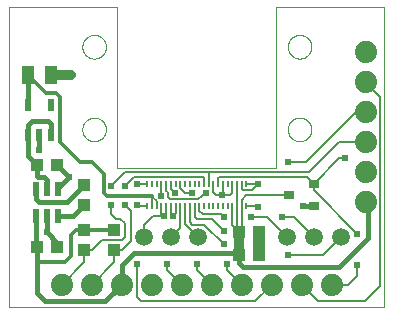
<source format=gtl>
G75*
%MOIN*%
%OFA0B0*%
%FSLAX25Y25*%
%IPPOS*%
%LPD*%
%AMOC8*
5,1,8,0,0,1.08239X$1,22.5*
%
%ADD10C,0.00000*%
%ADD11R,0.04331X0.03937*%
%ADD12R,0.03937X0.04331*%
%ADD13R,0.04331X0.06299*%
%ADD14R,0.00866X0.02362*%
%ADD15R,0.03543X0.03150*%
%ADD16R,0.02362X0.04724*%
%ADD17R,0.02165X0.03937*%
%ADD18C,0.07400*%
%ADD19C,0.05906*%
%ADD20C,0.00800*%
%ADD21C,0.02381*%
%ADD22C,0.01600*%
%ADD23C,0.01200*%
%ADD24C,0.03200*%
%ADD25C,0.04000*%
D10*
X0001643Y0001500D02*
X0001643Y0101500D01*
X0037643Y0101500D01*
X0037643Y0048000D01*
X0090643Y0048000D01*
X0090643Y0101500D01*
X0126643Y0101500D01*
X0126643Y0001500D01*
X0001643Y0001500D01*
X0025956Y0060850D02*
X0025958Y0060975D01*
X0025964Y0061100D01*
X0025974Y0061224D01*
X0025988Y0061348D01*
X0026005Y0061472D01*
X0026027Y0061595D01*
X0026053Y0061717D01*
X0026082Y0061839D01*
X0026115Y0061959D01*
X0026153Y0062078D01*
X0026193Y0062197D01*
X0026238Y0062313D01*
X0026286Y0062428D01*
X0026338Y0062542D01*
X0026394Y0062654D01*
X0026453Y0062764D01*
X0026515Y0062872D01*
X0026581Y0062979D01*
X0026650Y0063083D01*
X0026723Y0063184D01*
X0026798Y0063284D01*
X0026877Y0063381D01*
X0026959Y0063475D01*
X0027044Y0063567D01*
X0027131Y0063656D01*
X0027222Y0063742D01*
X0027315Y0063825D01*
X0027411Y0063906D01*
X0027509Y0063983D01*
X0027609Y0064057D01*
X0027712Y0064128D01*
X0027817Y0064195D01*
X0027925Y0064260D01*
X0028034Y0064320D01*
X0028145Y0064378D01*
X0028258Y0064431D01*
X0028372Y0064481D01*
X0028488Y0064528D01*
X0028605Y0064570D01*
X0028724Y0064609D01*
X0028844Y0064645D01*
X0028965Y0064676D01*
X0029087Y0064704D01*
X0029209Y0064727D01*
X0029333Y0064747D01*
X0029457Y0064763D01*
X0029581Y0064775D01*
X0029706Y0064783D01*
X0029831Y0064787D01*
X0029955Y0064787D01*
X0030080Y0064783D01*
X0030205Y0064775D01*
X0030329Y0064763D01*
X0030453Y0064747D01*
X0030577Y0064727D01*
X0030699Y0064704D01*
X0030821Y0064676D01*
X0030942Y0064645D01*
X0031062Y0064609D01*
X0031181Y0064570D01*
X0031298Y0064528D01*
X0031414Y0064481D01*
X0031528Y0064431D01*
X0031641Y0064378D01*
X0031752Y0064320D01*
X0031862Y0064260D01*
X0031969Y0064195D01*
X0032074Y0064128D01*
X0032177Y0064057D01*
X0032277Y0063983D01*
X0032375Y0063906D01*
X0032471Y0063825D01*
X0032564Y0063742D01*
X0032655Y0063656D01*
X0032742Y0063567D01*
X0032827Y0063475D01*
X0032909Y0063381D01*
X0032988Y0063284D01*
X0033063Y0063184D01*
X0033136Y0063083D01*
X0033205Y0062979D01*
X0033271Y0062872D01*
X0033333Y0062764D01*
X0033392Y0062654D01*
X0033448Y0062542D01*
X0033500Y0062428D01*
X0033548Y0062313D01*
X0033593Y0062197D01*
X0033633Y0062078D01*
X0033671Y0061959D01*
X0033704Y0061839D01*
X0033733Y0061717D01*
X0033759Y0061595D01*
X0033781Y0061472D01*
X0033798Y0061348D01*
X0033812Y0061224D01*
X0033822Y0061100D01*
X0033828Y0060975D01*
X0033830Y0060850D01*
X0033828Y0060725D01*
X0033822Y0060600D01*
X0033812Y0060476D01*
X0033798Y0060352D01*
X0033781Y0060228D01*
X0033759Y0060105D01*
X0033733Y0059983D01*
X0033704Y0059861D01*
X0033671Y0059741D01*
X0033633Y0059622D01*
X0033593Y0059503D01*
X0033548Y0059387D01*
X0033500Y0059272D01*
X0033448Y0059158D01*
X0033392Y0059046D01*
X0033333Y0058936D01*
X0033271Y0058828D01*
X0033205Y0058721D01*
X0033136Y0058617D01*
X0033063Y0058516D01*
X0032988Y0058416D01*
X0032909Y0058319D01*
X0032827Y0058225D01*
X0032742Y0058133D01*
X0032655Y0058044D01*
X0032564Y0057958D01*
X0032471Y0057875D01*
X0032375Y0057794D01*
X0032277Y0057717D01*
X0032177Y0057643D01*
X0032074Y0057572D01*
X0031969Y0057505D01*
X0031861Y0057440D01*
X0031752Y0057380D01*
X0031641Y0057322D01*
X0031528Y0057269D01*
X0031414Y0057219D01*
X0031298Y0057172D01*
X0031181Y0057130D01*
X0031062Y0057091D01*
X0030942Y0057055D01*
X0030821Y0057024D01*
X0030699Y0056996D01*
X0030577Y0056973D01*
X0030453Y0056953D01*
X0030329Y0056937D01*
X0030205Y0056925D01*
X0030080Y0056917D01*
X0029955Y0056913D01*
X0029831Y0056913D01*
X0029706Y0056917D01*
X0029581Y0056925D01*
X0029457Y0056937D01*
X0029333Y0056953D01*
X0029209Y0056973D01*
X0029087Y0056996D01*
X0028965Y0057024D01*
X0028844Y0057055D01*
X0028724Y0057091D01*
X0028605Y0057130D01*
X0028488Y0057172D01*
X0028372Y0057219D01*
X0028258Y0057269D01*
X0028145Y0057322D01*
X0028034Y0057380D01*
X0027924Y0057440D01*
X0027817Y0057505D01*
X0027712Y0057572D01*
X0027609Y0057643D01*
X0027509Y0057717D01*
X0027411Y0057794D01*
X0027315Y0057875D01*
X0027222Y0057958D01*
X0027131Y0058044D01*
X0027044Y0058133D01*
X0026959Y0058225D01*
X0026877Y0058319D01*
X0026798Y0058416D01*
X0026723Y0058516D01*
X0026650Y0058617D01*
X0026581Y0058721D01*
X0026515Y0058828D01*
X0026453Y0058936D01*
X0026394Y0059046D01*
X0026338Y0059158D01*
X0026286Y0059272D01*
X0026238Y0059387D01*
X0026193Y0059503D01*
X0026153Y0059622D01*
X0026115Y0059741D01*
X0026082Y0059861D01*
X0026053Y0059983D01*
X0026027Y0060105D01*
X0026005Y0060228D01*
X0025988Y0060352D01*
X0025974Y0060476D01*
X0025964Y0060600D01*
X0025958Y0060725D01*
X0025956Y0060850D01*
X0025956Y0088410D02*
X0025958Y0088535D01*
X0025964Y0088660D01*
X0025974Y0088784D01*
X0025988Y0088908D01*
X0026005Y0089032D01*
X0026027Y0089155D01*
X0026053Y0089277D01*
X0026082Y0089399D01*
X0026115Y0089519D01*
X0026153Y0089638D01*
X0026193Y0089757D01*
X0026238Y0089873D01*
X0026286Y0089988D01*
X0026338Y0090102D01*
X0026394Y0090214D01*
X0026453Y0090324D01*
X0026515Y0090432D01*
X0026581Y0090539D01*
X0026650Y0090643D01*
X0026723Y0090744D01*
X0026798Y0090844D01*
X0026877Y0090941D01*
X0026959Y0091035D01*
X0027044Y0091127D01*
X0027131Y0091216D01*
X0027222Y0091302D01*
X0027315Y0091385D01*
X0027411Y0091466D01*
X0027509Y0091543D01*
X0027609Y0091617D01*
X0027712Y0091688D01*
X0027817Y0091755D01*
X0027925Y0091820D01*
X0028034Y0091880D01*
X0028145Y0091938D01*
X0028258Y0091991D01*
X0028372Y0092041D01*
X0028488Y0092088D01*
X0028605Y0092130D01*
X0028724Y0092169D01*
X0028844Y0092205D01*
X0028965Y0092236D01*
X0029087Y0092264D01*
X0029209Y0092287D01*
X0029333Y0092307D01*
X0029457Y0092323D01*
X0029581Y0092335D01*
X0029706Y0092343D01*
X0029831Y0092347D01*
X0029955Y0092347D01*
X0030080Y0092343D01*
X0030205Y0092335D01*
X0030329Y0092323D01*
X0030453Y0092307D01*
X0030577Y0092287D01*
X0030699Y0092264D01*
X0030821Y0092236D01*
X0030942Y0092205D01*
X0031062Y0092169D01*
X0031181Y0092130D01*
X0031298Y0092088D01*
X0031414Y0092041D01*
X0031528Y0091991D01*
X0031641Y0091938D01*
X0031752Y0091880D01*
X0031862Y0091820D01*
X0031969Y0091755D01*
X0032074Y0091688D01*
X0032177Y0091617D01*
X0032277Y0091543D01*
X0032375Y0091466D01*
X0032471Y0091385D01*
X0032564Y0091302D01*
X0032655Y0091216D01*
X0032742Y0091127D01*
X0032827Y0091035D01*
X0032909Y0090941D01*
X0032988Y0090844D01*
X0033063Y0090744D01*
X0033136Y0090643D01*
X0033205Y0090539D01*
X0033271Y0090432D01*
X0033333Y0090324D01*
X0033392Y0090214D01*
X0033448Y0090102D01*
X0033500Y0089988D01*
X0033548Y0089873D01*
X0033593Y0089757D01*
X0033633Y0089638D01*
X0033671Y0089519D01*
X0033704Y0089399D01*
X0033733Y0089277D01*
X0033759Y0089155D01*
X0033781Y0089032D01*
X0033798Y0088908D01*
X0033812Y0088784D01*
X0033822Y0088660D01*
X0033828Y0088535D01*
X0033830Y0088410D01*
X0033828Y0088285D01*
X0033822Y0088160D01*
X0033812Y0088036D01*
X0033798Y0087912D01*
X0033781Y0087788D01*
X0033759Y0087665D01*
X0033733Y0087543D01*
X0033704Y0087421D01*
X0033671Y0087301D01*
X0033633Y0087182D01*
X0033593Y0087063D01*
X0033548Y0086947D01*
X0033500Y0086832D01*
X0033448Y0086718D01*
X0033392Y0086606D01*
X0033333Y0086496D01*
X0033271Y0086388D01*
X0033205Y0086281D01*
X0033136Y0086177D01*
X0033063Y0086076D01*
X0032988Y0085976D01*
X0032909Y0085879D01*
X0032827Y0085785D01*
X0032742Y0085693D01*
X0032655Y0085604D01*
X0032564Y0085518D01*
X0032471Y0085435D01*
X0032375Y0085354D01*
X0032277Y0085277D01*
X0032177Y0085203D01*
X0032074Y0085132D01*
X0031969Y0085065D01*
X0031861Y0085000D01*
X0031752Y0084940D01*
X0031641Y0084882D01*
X0031528Y0084829D01*
X0031414Y0084779D01*
X0031298Y0084732D01*
X0031181Y0084690D01*
X0031062Y0084651D01*
X0030942Y0084615D01*
X0030821Y0084584D01*
X0030699Y0084556D01*
X0030577Y0084533D01*
X0030453Y0084513D01*
X0030329Y0084497D01*
X0030205Y0084485D01*
X0030080Y0084477D01*
X0029955Y0084473D01*
X0029831Y0084473D01*
X0029706Y0084477D01*
X0029581Y0084485D01*
X0029457Y0084497D01*
X0029333Y0084513D01*
X0029209Y0084533D01*
X0029087Y0084556D01*
X0028965Y0084584D01*
X0028844Y0084615D01*
X0028724Y0084651D01*
X0028605Y0084690D01*
X0028488Y0084732D01*
X0028372Y0084779D01*
X0028258Y0084829D01*
X0028145Y0084882D01*
X0028034Y0084940D01*
X0027924Y0085000D01*
X0027817Y0085065D01*
X0027712Y0085132D01*
X0027609Y0085203D01*
X0027509Y0085277D01*
X0027411Y0085354D01*
X0027315Y0085435D01*
X0027222Y0085518D01*
X0027131Y0085604D01*
X0027044Y0085693D01*
X0026959Y0085785D01*
X0026877Y0085879D01*
X0026798Y0085976D01*
X0026723Y0086076D01*
X0026650Y0086177D01*
X0026581Y0086281D01*
X0026515Y0086388D01*
X0026453Y0086496D01*
X0026394Y0086606D01*
X0026338Y0086718D01*
X0026286Y0086832D01*
X0026238Y0086947D01*
X0026193Y0087063D01*
X0026153Y0087182D01*
X0026115Y0087301D01*
X0026082Y0087421D01*
X0026053Y0087543D01*
X0026027Y0087665D01*
X0026005Y0087788D01*
X0025988Y0087912D01*
X0025974Y0088036D01*
X0025964Y0088160D01*
X0025958Y0088285D01*
X0025956Y0088410D01*
X0094456Y0088410D02*
X0094458Y0088535D01*
X0094464Y0088660D01*
X0094474Y0088784D01*
X0094488Y0088908D01*
X0094505Y0089032D01*
X0094527Y0089155D01*
X0094553Y0089277D01*
X0094582Y0089399D01*
X0094615Y0089519D01*
X0094653Y0089638D01*
X0094693Y0089757D01*
X0094738Y0089873D01*
X0094786Y0089988D01*
X0094838Y0090102D01*
X0094894Y0090214D01*
X0094953Y0090324D01*
X0095015Y0090432D01*
X0095081Y0090539D01*
X0095150Y0090643D01*
X0095223Y0090744D01*
X0095298Y0090844D01*
X0095377Y0090941D01*
X0095459Y0091035D01*
X0095544Y0091127D01*
X0095631Y0091216D01*
X0095722Y0091302D01*
X0095815Y0091385D01*
X0095911Y0091466D01*
X0096009Y0091543D01*
X0096109Y0091617D01*
X0096212Y0091688D01*
X0096317Y0091755D01*
X0096425Y0091820D01*
X0096534Y0091880D01*
X0096645Y0091938D01*
X0096758Y0091991D01*
X0096872Y0092041D01*
X0096988Y0092088D01*
X0097105Y0092130D01*
X0097224Y0092169D01*
X0097344Y0092205D01*
X0097465Y0092236D01*
X0097587Y0092264D01*
X0097709Y0092287D01*
X0097833Y0092307D01*
X0097957Y0092323D01*
X0098081Y0092335D01*
X0098206Y0092343D01*
X0098331Y0092347D01*
X0098455Y0092347D01*
X0098580Y0092343D01*
X0098705Y0092335D01*
X0098829Y0092323D01*
X0098953Y0092307D01*
X0099077Y0092287D01*
X0099199Y0092264D01*
X0099321Y0092236D01*
X0099442Y0092205D01*
X0099562Y0092169D01*
X0099681Y0092130D01*
X0099798Y0092088D01*
X0099914Y0092041D01*
X0100028Y0091991D01*
X0100141Y0091938D01*
X0100252Y0091880D01*
X0100362Y0091820D01*
X0100469Y0091755D01*
X0100574Y0091688D01*
X0100677Y0091617D01*
X0100777Y0091543D01*
X0100875Y0091466D01*
X0100971Y0091385D01*
X0101064Y0091302D01*
X0101155Y0091216D01*
X0101242Y0091127D01*
X0101327Y0091035D01*
X0101409Y0090941D01*
X0101488Y0090844D01*
X0101563Y0090744D01*
X0101636Y0090643D01*
X0101705Y0090539D01*
X0101771Y0090432D01*
X0101833Y0090324D01*
X0101892Y0090214D01*
X0101948Y0090102D01*
X0102000Y0089988D01*
X0102048Y0089873D01*
X0102093Y0089757D01*
X0102133Y0089638D01*
X0102171Y0089519D01*
X0102204Y0089399D01*
X0102233Y0089277D01*
X0102259Y0089155D01*
X0102281Y0089032D01*
X0102298Y0088908D01*
X0102312Y0088784D01*
X0102322Y0088660D01*
X0102328Y0088535D01*
X0102330Y0088410D01*
X0102328Y0088285D01*
X0102322Y0088160D01*
X0102312Y0088036D01*
X0102298Y0087912D01*
X0102281Y0087788D01*
X0102259Y0087665D01*
X0102233Y0087543D01*
X0102204Y0087421D01*
X0102171Y0087301D01*
X0102133Y0087182D01*
X0102093Y0087063D01*
X0102048Y0086947D01*
X0102000Y0086832D01*
X0101948Y0086718D01*
X0101892Y0086606D01*
X0101833Y0086496D01*
X0101771Y0086388D01*
X0101705Y0086281D01*
X0101636Y0086177D01*
X0101563Y0086076D01*
X0101488Y0085976D01*
X0101409Y0085879D01*
X0101327Y0085785D01*
X0101242Y0085693D01*
X0101155Y0085604D01*
X0101064Y0085518D01*
X0100971Y0085435D01*
X0100875Y0085354D01*
X0100777Y0085277D01*
X0100677Y0085203D01*
X0100574Y0085132D01*
X0100469Y0085065D01*
X0100361Y0085000D01*
X0100252Y0084940D01*
X0100141Y0084882D01*
X0100028Y0084829D01*
X0099914Y0084779D01*
X0099798Y0084732D01*
X0099681Y0084690D01*
X0099562Y0084651D01*
X0099442Y0084615D01*
X0099321Y0084584D01*
X0099199Y0084556D01*
X0099077Y0084533D01*
X0098953Y0084513D01*
X0098829Y0084497D01*
X0098705Y0084485D01*
X0098580Y0084477D01*
X0098455Y0084473D01*
X0098331Y0084473D01*
X0098206Y0084477D01*
X0098081Y0084485D01*
X0097957Y0084497D01*
X0097833Y0084513D01*
X0097709Y0084533D01*
X0097587Y0084556D01*
X0097465Y0084584D01*
X0097344Y0084615D01*
X0097224Y0084651D01*
X0097105Y0084690D01*
X0096988Y0084732D01*
X0096872Y0084779D01*
X0096758Y0084829D01*
X0096645Y0084882D01*
X0096534Y0084940D01*
X0096424Y0085000D01*
X0096317Y0085065D01*
X0096212Y0085132D01*
X0096109Y0085203D01*
X0096009Y0085277D01*
X0095911Y0085354D01*
X0095815Y0085435D01*
X0095722Y0085518D01*
X0095631Y0085604D01*
X0095544Y0085693D01*
X0095459Y0085785D01*
X0095377Y0085879D01*
X0095298Y0085976D01*
X0095223Y0086076D01*
X0095150Y0086177D01*
X0095081Y0086281D01*
X0095015Y0086388D01*
X0094953Y0086496D01*
X0094894Y0086606D01*
X0094838Y0086718D01*
X0094786Y0086832D01*
X0094738Y0086947D01*
X0094693Y0087063D01*
X0094653Y0087182D01*
X0094615Y0087301D01*
X0094582Y0087421D01*
X0094553Y0087543D01*
X0094527Y0087665D01*
X0094505Y0087788D01*
X0094488Y0087912D01*
X0094474Y0088036D01*
X0094464Y0088160D01*
X0094458Y0088285D01*
X0094456Y0088410D01*
X0094456Y0060850D02*
X0094458Y0060975D01*
X0094464Y0061100D01*
X0094474Y0061224D01*
X0094488Y0061348D01*
X0094505Y0061472D01*
X0094527Y0061595D01*
X0094553Y0061717D01*
X0094582Y0061839D01*
X0094615Y0061959D01*
X0094653Y0062078D01*
X0094693Y0062197D01*
X0094738Y0062313D01*
X0094786Y0062428D01*
X0094838Y0062542D01*
X0094894Y0062654D01*
X0094953Y0062764D01*
X0095015Y0062872D01*
X0095081Y0062979D01*
X0095150Y0063083D01*
X0095223Y0063184D01*
X0095298Y0063284D01*
X0095377Y0063381D01*
X0095459Y0063475D01*
X0095544Y0063567D01*
X0095631Y0063656D01*
X0095722Y0063742D01*
X0095815Y0063825D01*
X0095911Y0063906D01*
X0096009Y0063983D01*
X0096109Y0064057D01*
X0096212Y0064128D01*
X0096317Y0064195D01*
X0096425Y0064260D01*
X0096534Y0064320D01*
X0096645Y0064378D01*
X0096758Y0064431D01*
X0096872Y0064481D01*
X0096988Y0064528D01*
X0097105Y0064570D01*
X0097224Y0064609D01*
X0097344Y0064645D01*
X0097465Y0064676D01*
X0097587Y0064704D01*
X0097709Y0064727D01*
X0097833Y0064747D01*
X0097957Y0064763D01*
X0098081Y0064775D01*
X0098206Y0064783D01*
X0098331Y0064787D01*
X0098455Y0064787D01*
X0098580Y0064783D01*
X0098705Y0064775D01*
X0098829Y0064763D01*
X0098953Y0064747D01*
X0099077Y0064727D01*
X0099199Y0064704D01*
X0099321Y0064676D01*
X0099442Y0064645D01*
X0099562Y0064609D01*
X0099681Y0064570D01*
X0099798Y0064528D01*
X0099914Y0064481D01*
X0100028Y0064431D01*
X0100141Y0064378D01*
X0100252Y0064320D01*
X0100362Y0064260D01*
X0100469Y0064195D01*
X0100574Y0064128D01*
X0100677Y0064057D01*
X0100777Y0063983D01*
X0100875Y0063906D01*
X0100971Y0063825D01*
X0101064Y0063742D01*
X0101155Y0063656D01*
X0101242Y0063567D01*
X0101327Y0063475D01*
X0101409Y0063381D01*
X0101488Y0063284D01*
X0101563Y0063184D01*
X0101636Y0063083D01*
X0101705Y0062979D01*
X0101771Y0062872D01*
X0101833Y0062764D01*
X0101892Y0062654D01*
X0101948Y0062542D01*
X0102000Y0062428D01*
X0102048Y0062313D01*
X0102093Y0062197D01*
X0102133Y0062078D01*
X0102171Y0061959D01*
X0102204Y0061839D01*
X0102233Y0061717D01*
X0102259Y0061595D01*
X0102281Y0061472D01*
X0102298Y0061348D01*
X0102312Y0061224D01*
X0102322Y0061100D01*
X0102328Y0060975D01*
X0102330Y0060850D01*
X0102328Y0060725D01*
X0102322Y0060600D01*
X0102312Y0060476D01*
X0102298Y0060352D01*
X0102281Y0060228D01*
X0102259Y0060105D01*
X0102233Y0059983D01*
X0102204Y0059861D01*
X0102171Y0059741D01*
X0102133Y0059622D01*
X0102093Y0059503D01*
X0102048Y0059387D01*
X0102000Y0059272D01*
X0101948Y0059158D01*
X0101892Y0059046D01*
X0101833Y0058936D01*
X0101771Y0058828D01*
X0101705Y0058721D01*
X0101636Y0058617D01*
X0101563Y0058516D01*
X0101488Y0058416D01*
X0101409Y0058319D01*
X0101327Y0058225D01*
X0101242Y0058133D01*
X0101155Y0058044D01*
X0101064Y0057958D01*
X0100971Y0057875D01*
X0100875Y0057794D01*
X0100777Y0057717D01*
X0100677Y0057643D01*
X0100574Y0057572D01*
X0100469Y0057505D01*
X0100361Y0057440D01*
X0100252Y0057380D01*
X0100141Y0057322D01*
X0100028Y0057269D01*
X0099914Y0057219D01*
X0099798Y0057172D01*
X0099681Y0057130D01*
X0099562Y0057091D01*
X0099442Y0057055D01*
X0099321Y0057024D01*
X0099199Y0056996D01*
X0099077Y0056973D01*
X0098953Y0056953D01*
X0098829Y0056937D01*
X0098705Y0056925D01*
X0098580Y0056917D01*
X0098455Y0056913D01*
X0098331Y0056913D01*
X0098206Y0056917D01*
X0098081Y0056925D01*
X0097957Y0056937D01*
X0097833Y0056953D01*
X0097709Y0056973D01*
X0097587Y0056996D01*
X0097465Y0057024D01*
X0097344Y0057055D01*
X0097224Y0057091D01*
X0097105Y0057130D01*
X0096988Y0057172D01*
X0096872Y0057219D01*
X0096758Y0057269D01*
X0096645Y0057322D01*
X0096534Y0057380D01*
X0096424Y0057440D01*
X0096317Y0057505D01*
X0096212Y0057572D01*
X0096109Y0057643D01*
X0096009Y0057717D01*
X0095911Y0057794D01*
X0095815Y0057875D01*
X0095722Y0057958D01*
X0095631Y0058044D01*
X0095544Y0058133D01*
X0095459Y0058225D01*
X0095377Y0058319D01*
X0095298Y0058416D01*
X0095223Y0058516D01*
X0095150Y0058617D01*
X0095081Y0058721D01*
X0095015Y0058828D01*
X0094953Y0058936D01*
X0094894Y0059046D01*
X0094838Y0059158D01*
X0094786Y0059272D01*
X0094738Y0059387D01*
X0094693Y0059503D01*
X0094653Y0059622D01*
X0094615Y0059741D01*
X0094582Y0059861D01*
X0094553Y0059983D01*
X0094527Y0060105D01*
X0094505Y0060228D01*
X0094488Y0060352D01*
X0094474Y0060476D01*
X0094464Y0060600D01*
X0094458Y0060725D01*
X0094456Y0060850D01*
D11*
X0084990Y0026500D03*
X0078297Y0026500D03*
X0078297Y0019000D03*
X0084990Y0019000D03*
X0017490Y0021500D03*
X0010797Y0021500D03*
X0010797Y0049000D03*
X0017490Y0049000D03*
D12*
X0026643Y0042346D03*
X0026643Y0035654D03*
X0026643Y0027346D03*
X0026643Y0020654D03*
X0036643Y0020654D03*
X0036643Y0027346D03*
D13*
X0015580Y0079000D03*
X0007706Y0079000D03*
D14*
X0047608Y0042740D03*
X0049183Y0042740D03*
X0050757Y0042740D03*
X0052332Y0042740D03*
X0053907Y0042740D03*
X0055482Y0042740D03*
X0057057Y0042740D03*
X0058631Y0042740D03*
X0060206Y0042740D03*
X0061781Y0042740D03*
X0063356Y0042740D03*
X0064931Y0042740D03*
X0066505Y0042740D03*
X0068080Y0042740D03*
X0069655Y0042740D03*
X0071230Y0042740D03*
X0072805Y0042740D03*
X0074380Y0042740D03*
X0075954Y0042740D03*
X0077529Y0042740D03*
X0079104Y0042740D03*
X0080679Y0042740D03*
X0080679Y0035260D03*
X0079104Y0035260D03*
X0077529Y0035260D03*
X0075954Y0035260D03*
X0074380Y0035260D03*
X0072805Y0035260D03*
X0071230Y0035260D03*
X0069655Y0035260D03*
X0068080Y0035260D03*
X0066505Y0035260D03*
X0064931Y0035260D03*
X0063356Y0035260D03*
X0061781Y0035260D03*
X0060206Y0035260D03*
X0058631Y0035260D03*
X0057057Y0035260D03*
X0055482Y0035260D03*
X0053907Y0035260D03*
X0052332Y0035260D03*
X0050757Y0035260D03*
X0049183Y0035260D03*
X0047608Y0035260D03*
D15*
X0094813Y0039000D03*
X0103080Y0035260D03*
X0103080Y0042740D03*
D16*
X0017883Y0041028D03*
X0014143Y0041028D03*
X0010403Y0041028D03*
X0010403Y0031972D03*
X0014143Y0031972D03*
X0017883Y0031972D03*
D17*
X0015383Y0058882D03*
X0011643Y0058882D03*
X0007903Y0058882D03*
X0007903Y0069118D03*
X0015383Y0069118D03*
D18*
X0019143Y0009000D03*
X0029143Y0009000D03*
X0039143Y0009000D03*
X0049143Y0009000D03*
X0059143Y0009000D03*
X0069143Y0009000D03*
X0079143Y0009000D03*
X0089143Y0009000D03*
X0099143Y0009000D03*
X0109143Y0009000D03*
X0120393Y0036500D03*
X0120393Y0046500D03*
X0120393Y0056500D03*
X0120393Y0066500D03*
X0120393Y0076500D03*
X0120393Y0086500D03*
D19*
X0112143Y0025000D03*
X0103143Y0025000D03*
X0094143Y0025000D03*
X0064643Y0025000D03*
X0055643Y0025000D03*
X0046643Y0025000D03*
D20*
X0046643Y0029000D01*
X0049643Y0032000D01*
X0053143Y0032000D01*
X0053907Y0032764D01*
X0053907Y0035260D01*
X0055482Y0035260D02*
X0055482Y0032661D01*
X0056143Y0032000D01*
X0057057Y0032913D01*
X0057057Y0035260D01*
X0058631Y0035260D02*
X0058631Y0027988D01*
X0055643Y0025000D01*
X0060206Y0029437D02*
X0064643Y0025000D01*
X0062643Y0029000D02*
X0066643Y0029000D01*
X0073143Y0022500D01*
X0077529Y0027268D02*
X0078297Y0026500D01*
X0075954Y0028843D01*
X0075954Y0035260D01*
X0077529Y0035260D02*
X0077529Y0027268D01*
X0078297Y0026500D02*
X0079104Y0027307D01*
X0079104Y0035260D01*
X0079104Y0037461D01*
X0080643Y0039000D01*
X0094813Y0039000D01*
X0100820Y0045000D02*
X0103080Y0042740D01*
X0103080Y0040563D01*
X0117643Y0026000D01*
X0112143Y0025000D02*
X0106143Y0019000D01*
X0094643Y0019000D01*
X0094143Y0025000D02*
X0087643Y0031500D01*
X0082143Y0031500D01*
X0084643Y0035000D02*
X0084383Y0035260D01*
X0080679Y0035260D01*
X0077529Y0035260D02*
X0077529Y0042740D01*
X0075954Y0042740D02*
X0075954Y0039811D01*
X0075143Y0039000D01*
X0072643Y0039000D01*
X0072805Y0039161D01*
X0072805Y0042740D01*
X0071230Y0042740D02*
X0071230Y0044587D01*
X0071643Y0045000D01*
X0100820Y0045000D01*
X0101643Y0046500D02*
X0111643Y0056500D01*
X0120393Y0056500D01*
X0113643Y0051250D02*
X0111590Y0051250D01*
X0103080Y0042740D01*
X0101643Y0046500D02*
X0068143Y0046500D01*
X0068080Y0046437D01*
X0068080Y0042740D01*
X0069655Y0042740D02*
X0069655Y0039988D01*
X0070643Y0039000D01*
X0072643Y0039000D01*
X0067143Y0039750D02*
X0064643Y0037500D01*
X0055143Y0037500D01*
X0054393Y0038250D01*
X0054393Y0040000D01*
X0053907Y0040486D01*
X0053907Y0042740D01*
X0055482Y0042740D02*
X0055482Y0041161D01*
X0056893Y0039750D01*
X0058631Y0041262D02*
X0060143Y0039750D01*
X0062393Y0039750D01*
X0058631Y0041262D02*
X0058631Y0042740D01*
X0052332Y0042740D02*
X0052332Y0039061D01*
X0052143Y0038750D01*
X0050757Y0036886D02*
X0049183Y0038461D01*
X0049143Y0038500D01*
X0049183Y0038461D02*
X0049183Y0035260D01*
X0050757Y0035260D02*
X0050757Y0036886D01*
X0052332Y0035260D02*
X0052332Y0032811D01*
X0053143Y0032000D01*
X0047608Y0035260D02*
X0044383Y0035260D01*
X0044143Y0035500D01*
X0042143Y0033500D02*
X0042143Y0023500D01*
X0039297Y0020654D01*
X0036643Y0020654D01*
X0036643Y0016500D01*
X0029143Y0009000D01*
X0026643Y0016500D02*
X0019143Y0009000D01*
X0026643Y0016500D02*
X0026643Y0020654D01*
X0029143Y0020500D01*
X0029297Y0020654D02*
X0032643Y0024000D01*
X0039143Y0024000D01*
X0040143Y0025000D01*
X0040143Y0029500D01*
X0038643Y0031000D01*
X0037143Y0031000D01*
X0035643Y0032500D01*
X0035643Y0035500D01*
X0040143Y0035500D02*
X0042143Y0033500D01*
X0040143Y0042000D02*
X0043143Y0045000D01*
X0066143Y0045000D01*
X0066505Y0044638D01*
X0066505Y0042740D01*
X0068143Y0046500D02*
X0040143Y0046500D01*
X0035643Y0042000D01*
X0044143Y0042500D02*
X0044383Y0042740D01*
X0047608Y0042740D01*
X0060206Y0035260D02*
X0060206Y0029437D01*
X0061781Y0029862D02*
X0062643Y0029000D01*
X0061781Y0029862D02*
X0061781Y0035260D01*
X0063356Y0035260D02*
X0063356Y0031787D01*
X0064143Y0031000D01*
X0069143Y0031000D01*
X0073143Y0027000D01*
X0073143Y0031500D02*
X0072143Y0032500D01*
X0066143Y0032500D01*
X0064931Y0033713D01*
X0064931Y0035260D01*
X0079104Y0041039D02*
X0079643Y0040500D01*
X0082643Y0040500D01*
X0084643Y0042500D01*
X0084383Y0042740D01*
X0080679Y0042740D01*
X0079104Y0042740D02*
X0079104Y0041039D01*
X0092643Y0031500D02*
X0096643Y0031500D01*
X0103143Y0025000D01*
X0117643Y0015500D02*
X0117643Y0012000D01*
X0114643Y0009000D01*
X0109143Y0009000D01*
X0104643Y0003500D02*
X0120143Y0003500D01*
X0125143Y0008500D01*
X0125143Y0071750D01*
X0120393Y0076500D01*
X0120393Y0066500D02*
X0117143Y0066500D01*
X0100643Y0050000D01*
X0094643Y0050000D01*
X0074143Y0016000D02*
X0074143Y0014000D01*
X0079143Y0009000D01*
X0083643Y0003500D02*
X0045643Y0003500D01*
X0044143Y0005000D01*
X0044143Y0016000D01*
X0054143Y0016000D02*
X0054143Y0014000D01*
X0059143Y0009000D01*
X0064143Y0014000D02*
X0069143Y0009000D01*
X0064143Y0014000D02*
X0064143Y0016000D01*
X0083643Y0003500D02*
X0089143Y0009000D01*
X0099143Y0009000D02*
X0104643Y0003500D01*
X0029297Y0020654D02*
X0026643Y0020654D01*
D21*
X0014143Y0026500D03*
X0035643Y0035500D03*
X0040143Y0035500D03*
X0044143Y0035500D03*
X0040143Y0042000D03*
X0044143Y0042500D03*
X0052143Y0038750D03*
X0056893Y0039750D03*
X0062393Y0039750D03*
X0067143Y0039750D03*
X0072643Y0039000D03*
X0073143Y0031500D03*
X0073143Y0027000D03*
X0073143Y0022500D03*
X0074143Y0016000D03*
X0064143Y0016000D03*
X0054143Y0016000D03*
X0044143Y0016000D03*
X0053143Y0032000D03*
X0056143Y0032000D03*
X0035643Y0042000D03*
X0021643Y0045000D03*
X0011643Y0054000D03*
X0022143Y0079000D03*
X0082143Y0031500D03*
X0084643Y0035000D03*
X0092643Y0031500D03*
X0099393Y0035250D03*
X0084643Y0042500D03*
X0094643Y0050000D03*
X0113643Y0051250D03*
X0117643Y0026000D03*
X0117643Y0015500D03*
X0094643Y0019000D03*
X0084893Y0022750D03*
D22*
X0078297Y0019000D02*
X0078297Y0016346D01*
X0079643Y0015000D01*
X0111643Y0015000D01*
X0121143Y0024500D01*
X0121143Y0035750D01*
X0120393Y0036500D01*
X0103080Y0035260D02*
X0103070Y0035250D01*
X0099393Y0035250D01*
X0078297Y0019000D02*
X0077797Y0019500D01*
X0043143Y0019500D01*
X0039143Y0015500D01*
X0039143Y0009000D01*
X0033643Y0003500D01*
X0013643Y0003500D01*
X0010797Y0006346D01*
X0010797Y0016500D01*
X0010797Y0021500D01*
X0010403Y0021894D01*
X0010403Y0031972D01*
X0014143Y0031972D02*
X0014143Y0026500D01*
X0017490Y0023154D01*
X0017490Y0021500D01*
X0017883Y0031972D02*
X0022962Y0031972D01*
X0026643Y0035654D01*
X0020797Y0036500D02*
X0026643Y0042346D01*
X0021643Y0045000D02*
X0017643Y0049000D01*
X0017490Y0049000D01*
X0021643Y0045000D02*
X0017883Y0041240D01*
X0017883Y0041028D01*
X0014143Y0041028D02*
X0014143Y0044000D01*
X0013143Y0045000D01*
X0011143Y0045000D01*
X0010797Y0045346D01*
X0010797Y0049000D01*
X0007903Y0051894D01*
X0007903Y0058882D01*
X0007903Y0062260D01*
X0009143Y0063500D01*
X0014643Y0063500D01*
X0015383Y0062760D01*
X0015383Y0058882D01*
X0011643Y0058882D02*
X0011643Y0054000D01*
X0010403Y0049394D02*
X0010797Y0049000D01*
X0010403Y0041028D02*
X0010403Y0037740D01*
X0011643Y0036500D01*
X0020797Y0036500D01*
X0007903Y0069118D02*
X0007903Y0078606D01*
X0007706Y0079000D01*
D23*
X0013706Y0073000D01*
X0017143Y0073000D01*
X0018643Y0071500D01*
X0018643Y0056500D01*
X0025143Y0050000D01*
X0029143Y0050000D01*
X0033143Y0046000D01*
X0033143Y0039500D01*
X0034143Y0038500D01*
X0049143Y0038500D01*
X0036643Y0027346D02*
X0026643Y0027346D01*
X0023990Y0027346D01*
X0022143Y0025500D01*
X0022143Y0018500D01*
X0020143Y0016500D01*
X0010797Y0016500D01*
D24*
X0078297Y0019000D02*
X0078297Y0026500D01*
X0084893Y0026404D02*
X0084990Y0026404D01*
X0022143Y0079000D02*
X0015580Y0079000D01*
D25*
X0084893Y0026404D02*
X0084893Y0022750D01*
X0084893Y0019096D01*
X0084990Y0019000D01*
X0084893Y0026404D02*
X0084990Y0026500D01*
M02*

</source>
